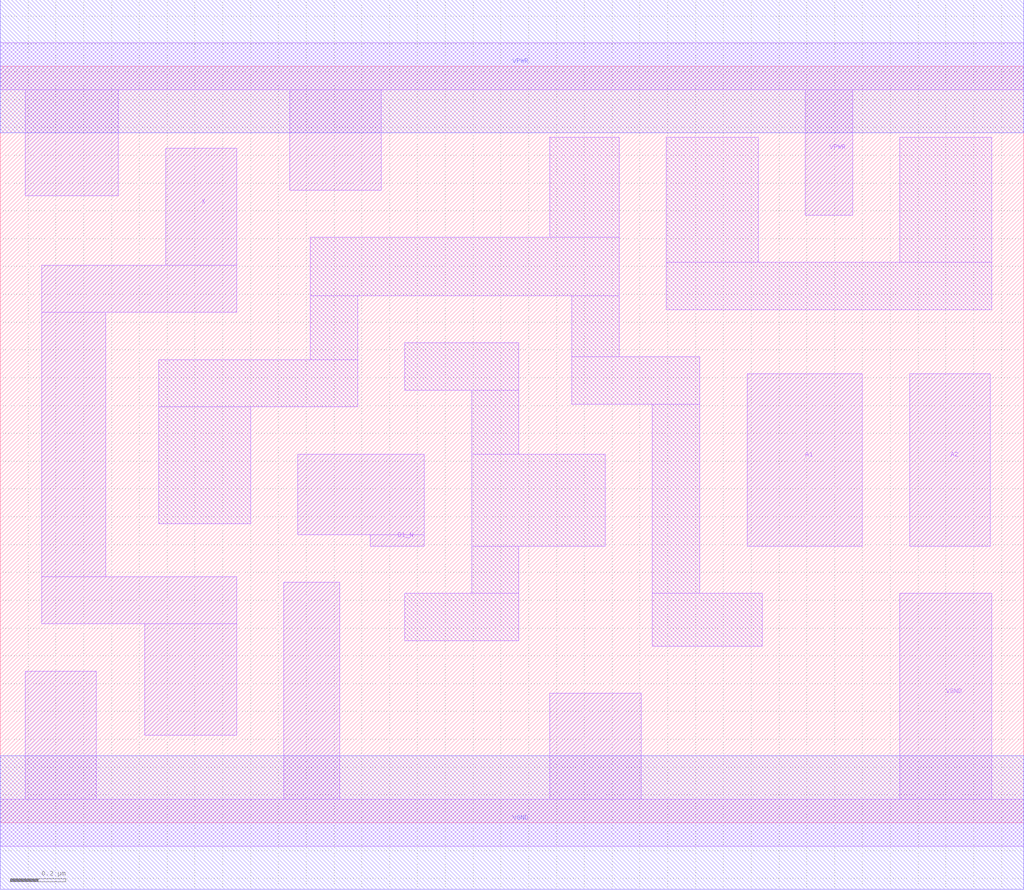
<source format=lef>
# Copyright 2020 The SkyWater PDK Authors
#
# Licensed under the Apache License, Version 2.0 (the "License");
# you may not use this file except in compliance with the License.
# You may obtain a copy of the License at
#
#     https://www.apache.org/licenses/LICENSE-2.0
#
# Unless required by applicable law or agreed to in writing, software
# distributed under the License is distributed on an "AS IS" BASIS,
# WITHOUT WARRANTIES OR CONDITIONS OF ANY KIND, either express or implied.
# See the License for the specific language governing permissions and
# limitations under the License.
#
# SPDX-License-Identifier: Apache-2.0

VERSION 5.5 ;
NAMESCASESENSITIVE ON ;
BUSBITCHARS "[]" ;
DIVIDERCHAR "/" ;
MACRO sky130_fd_sc_hd__a21bo_2
  CLASS CORE ;
  SOURCE USER ;
  ORIGIN  0.000000  0.000000 ;
  SIZE  3.680000 BY  2.720000 ;
  SYMMETRY X Y R90 ;
  SITE unithd ;
  PIN A1
    ANTENNAGATEAREA  0.247500 ;
    DIRECTION INPUT ;
    USE SIGNAL ;
    PORT
      LAYER li1 ;
        RECT 2.685000 0.995000 3.100000 1.615000 ;
    END
  END A1
  PIN A2
    ANTENNAGATEAREA  0.247500 ;
    DIRECTION INPUT ;
    USE SIGNAL ;
    PORT
      LAYER li1 ;
        RECT 3.270000 0.995000 3.560000 1.615000 ;
    END
  END A2
  PIN B1_N
    ANTENNAGATEAREA  0.126000 ;
    DIRECTION INPUT ;
    USE SIGNAL ;
    PORT
      LAYER li1 ;
        RECT 1.070000 1.035000 1.525000 1.325000 ;
        RECT 1.330000 0.995000 1.525000 1.035000 ;
    END
  END B1_N
  PIN X
    ANTENNADIFFAREA  0.462000 ;
    DIRECTION OUTPUT ;
    USE SIGNAL ;
    PORT
      LAYER li1 ;
        RECT 0.150000 0.715000 0.850000 0.885000 ;
        RECT 0.150000 0.885000 0.380000 1.835000 ;
        RECT 0.150000 1.835000 0.850000 2.005000 ;
        RECT 0.520000 0.315000 0.850000 0.715000 ;
        RECT 0.595000 2.005000 0.850000 2.425000 ;
    END
  END X
  PIN VGND
    DIRECTION INOUT ;
    SHAPE ABUTMENT ;
    USE GROUND ;
    PORT
      LAYER li1 ;
        RECT 0.000000 -0.085000 3.680000 0.085000 ;
        RECT 0.090000  0.085000 0.345000 0.545000 ;
        RECT 1.020000  0.085000 1.220000 0.865000 ;
        RECT 1.975000  0.085000 2.305000 0.465000 ;
        RECT 3.235000  0.085000 3.565000 0.825000 ;
    END
    PORT
      LAYER met1 ;
        RECT 0.000000 -0.240000 3.680000 0.240000 ;
    END
  END VGND
  PIN VPWR
    DIRECTION INOUT ;
    SHAPE ABUTMENT ;
    USE POWER ;
    PORT
      LAYER li1 ;
        RECT 0.000000 2.635000 3.680000 2.805000 ;
        RECT 0.090000 2.255000 0.425000 2.635000 ;
        RECT 1.040000 2.275000 1.370000 2.635000 ;
        RECT 2.895000 2.185000 3.065000 2.635000 ;
    END
    PORT
      LAYER met1 ;
        RECT 0.000000 2.480000 3.680000 2.960000 ;
    END
  END VPWR
  OBS
    LAYER li1 ;
      RECT 0.570000 1.075000 0.900000 1.495000 ;
      RECT 0.570000 1.495000 1.285000 1.665000 ;
      RECT 1.115000 1.665000 1.285000 1.895000 ;
      RECT 1.115000 1.895000 2.225000 2.105000 ;
      RECT 1.455000 0.655000 1.865000 0.825000 ;
      RECT 1.455000 1.555000 1.865000 1.725000 ;
      RECT 1.695000 0.825000 1.865000 0.995000 ;
      RECT 1.695000 0.995000 2.175000 1.325000 ;
      RECT 1.695000 1.325000 1.865000 1.555000 ;
      RECT 1.975000 2.105000 2.225000 2.465000 ;
      RECT 2.055000 1.505000 2.515000 1.675000 ;
      RECT 2.055000 1.675000 2.225000 1.895000 ;
      RECT 2.345000 0.635000 2.740000 0.825000 ;
      RECT 2.345000 0.825000 2.515000 1.505000 ;
      RECT 2.395000 1.845000 3.565000 2.015000 ;
      RECT 2.395000 2.015000 2.725000 2.465000 ;
      RECT 3.235000 2.015000 3.565000 2.465000 ;
  END
END sky130_fd_sc_hd__a21bo_2
END LIBRARY

</source>
